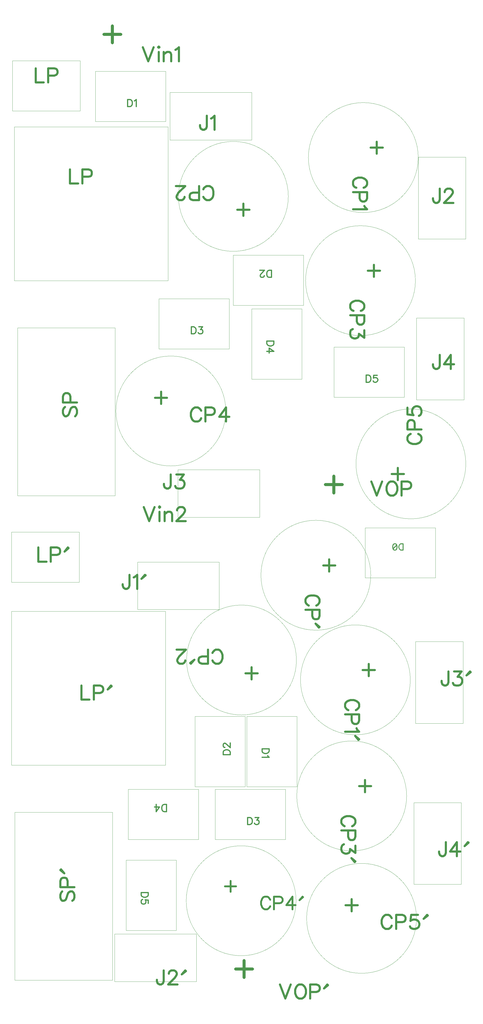
<source format=gbr>
G04 DipTrace 3.3.0.1*
G04 TopAssy.gbr*
%MOMM*%
G04 #@! TF.FileFunction,Drawing,Top*
G04 #@! TF.Part,Single*
%ADD24C,0.03333*%
%ADD38C,0.78431*%
%ADD39C,0.39216*%
%ADD40C,0.70588*%
%ADD41C,0.35294*%
%ADD42C,1.09804*%
%FSLAX35Y35*%
G04*
G71*
G90*
G75*
G01*
G04 TopAssy*
%LPD*%
X4381373Y34448623D2*
D24*
X6921373D1*
Y32638873D1*
X4381373D1*
Y34448623D1*
X13001500Y24494997D2*
X15541500D1*
Y22685250D1*
X13001500D1*
Y24494997D1*
X1388500Y34830000D2*
X3833250D1*
Y33020250D1*
X1388500D1*
Y34830000D1*
X9366123Y27812870D2*
X11906127D1*
Y26003123D1*
X9366123D1*
Y27812870D1*
X10032873Y25876127D2*
X11842627D1*
Y23336127D1*
X10032873D1*
Y25876127D1*
X1571500Y25193500D2*
X5095750D1*
Y19129250D1*
X1571500D1*
Y25193500D1*
X1452000Y32448750D2*
X7008250D1*
Y26892500D1*
X1452000D1*
Y32448750D1*
X6683250Y26241250D2*
X9223250D1*
Y24431500D1*
X6683250D1*
Y26241250D1*
X7386880Y29934995D2*
G02X7386880Y29934995I1984375J0D01*
G01*
X15986000Y25542750D2*
X17700500D1*
Y22590000D1*
X15986000D1*
Y25542750D1*
X5127500Y22186625D2*
G02X5127500Y22186625I1984375J0D01*
G01*
X13800380Y20276495D2*
G02X13800380Y20276495I1984375J0D01*
G01*
X11979000Y26892125D2*
G02X11979000Y26892125I1984375J0D01*
G01*
X12080750Y31337125D2*
G02X12080750Y31337125I1984375J0D01*
G01*
X16049500Y31353000D2*
X17764000D1*
Y28400250D1*
X16049500D1*
Y31353000D1*
X7365877Y20065877D2*
X10318627D1*
Y18351377D1*
X7365877D1*
Y20065877D1*
X7080127Y33686623D2*
X10032877D1*
Y31972123D1*
X7080127D1*
Y33686623D1*
X9858250Y11160000D2*
X11668000D1*
Y8620000D1*
X9858250D1*
Y11160000D1*
X5492627Y5968873D2*
X7302377D1*
Y3428873D1*
X5492627D1*
Y5968873D1*
X1356750Y17812000D2*
X3801500D1*
Y16002250D1*
X1356750D1*
Y17812000D1*
X7985000Y11159997D2*
X9794750D1*
Y8619997D1*
X7985000D1*
Y11159997D1*
X5572000Y8524750D2*
X8112000D1*
Y6715000D1*
X5572000D1*
Y8524750D1*
X1476250Y7699250D2*
X5000500D1*
Y1635000D1*
X1476250D1*
Y7699250D1*
X1356750Y14954500D2*
X6913000D1*
Y9398250D1*
X1356750D1*
Y14954500D1*
X8715250Y8524750D2*
X11255250D1*
Y6715000D1*
X8715250D1*
Y8524750D1*
X7680270Y13195102D2*
G02X7680270Y13195102I1984375J0D01*
G01*
X15890750Y8048500D2*
X17605250D1*
Y5095750D1*
X15890750D1*
Y8048500D1*
X7667500Y4501875D2*
G02X7667500Y4501875I1984375J0D01*
G01*
X12017250Y3866875D2*
G02X12017250Y3866875I1984375J0D01*
G01*
X11661500Y8286625D2*
G02X11661500Y8286625I1984375J0D01*
G01*
X11795000Y12477625D2*
G02X11795000Y12477625I1984375J0D01*
G01*
X15954250Y13858750D2*
X17668750D1*
Y10906000D1*
X15954250D1*
Y13858750D1*
X5079877Y3301877D2*
X8032627D1*
Y1587377D1*
X5079877D1*
Y3301877D1*
X5905377Y16732123D2*
X8858127D1*
Y15017623D1*
X5905377D1*
Y16732123D1*
X14128623Y17970370D2*
X16668627D1*
Y16160620D1*
X14128623D1*
Y17970370D1*
X10366250Y16255875D2*
G02X10366250Y16255875I1984375J0D01*
G01*
X3281524Y22336388D2*
D38*
X3232670Y22288096D1*
X3208524Y22215096D1*
Y22117950D1*
X3232670Y22044950D1*
X3281524Y21996096D1*
X3329816D1*
X3378670Y22020804D1*
X3402816Y22044950D1*
X3426962Y22093242D1*
X3475816Y22239242D1*
X3499962Y22288096D1*
X3524670Y22312242D1*
X3572962Y22336388D1*
X3645962D1*
X3694255Y22288096D1*
X3718962Y22215096D1*
Y22117950D1*
X3694254Y22044950D1*
X3645962Y21996096D1*
X3475816Y22493251D2*
Y22712251D1*
X3451670Y22784689D1*
X3426962Y22809397D1*
X3378670Y22833543D1*
X3305670D1*
X3257378Y22809397D1*
X3232670Y22784689D1*
X3208524Y22712251D1*
Y22493251D1*
X3718962D1*
X10831487Y24711688D2*
D39*
X10576267D1*
Y24626616D1*
X10588621Y24590116D1*
X10612767Y24565689D1*
X10637194Y24553616D1*
X10673413Y24541542D1*
X10734340D1*
X10770840Y24553615D1*
X10794986Y24565689D1*
X10819413Y24590115D1*
X10831486Y24626615D1*
X10831487Y24711688D1*
X10576267Y24341538D2*
X10831206D1*
X10661340Y24463111D1*
Y24280892D1*
X10741685Y27014263D2*
Y27269483D1*
X10656612D1*
X10620112Y27257129D1*
X10595685Y27232983D1*
X10583612Y27208556D1*
X10571539Y27172337D1*
Y27111410D1*
X10583612Y27074910D1*
X10595685Y27050764D1*
X10620112Y27026337D1*
X10656612Y27014264D1*
X10741685Y27014263D1*
X10480754Y27075191D2*
Y27063117D1*
X10468681Y27038691D1*
X10456608Y27026617D1*
X10432181Y27014544D1*
X10383608D1*
X10359462Y27026617D1*
X10347389Y27038691D1*
X10335035Y27063117D1*
Y27087264D1*
X10347389Y27111691D1*
X10371535Y27147910D1*
X10493108Y27269483D1*
X10322962D1*
X14165938Y23483857D2*
Y23228637D1*
X14251011D1*
X14287511Y23240991D1*
X14311938Y23265137D1*
X14324011Y23289564D1*
X14336084Y23325783D1*
Y23386710D1*
X14324011Y23423210D1*
X14311938Y23447357D1*
X14287511Y23471783D1*
X14251011Y23483857D1*
X14165938D1*
X14560235Y23483576D2*
X14438942D1*
X14426869Y23374357D1*
X14438942Y23386430D1*
X14475442Y23398783D1*
X14511662D1*
X14548162Y23386430D1*
X14572588Y23362283D1*
X14584662Y23325783D1*
Y23301637D1*
X14572588Y23265137D1*
X14548162Y23240710D1*
X14511662Y23228637D1*
X14475442D1*
X14438942Y23240710D1*
X14426869Y23253064D1*
X14414515Y23277210D1*
X7847688Y25230110D2*
Y24974891D1*
X7932761D1*
X7969261Y24987244D1*
X7993688Y25011391D1*
X8005761Y25035818D1*
X8017834Y25072037D1*
Y25132964D1*
X8005761Y25169464D1*
X7993688Y25193610D1*
X7969261Y25218037D1*
X7932761Y25230110D1*
X7847688D1*
X8120692Y25229829D2*
X8254058D1*
X8181338Y25132683D1*
X8217838D1*
X8241985Y25120610D1*
X8254058Y25108537D1*
X8266412Y25072037D1*
Y25047891D1*
X8254058Y25011391D1*
X8229912Y24986964D1*
X8193412Y24974891D1*
X8156912D1*
X8120692Y24986964D1*
X8108619Y24999318D1*
X8096265Y25023464D1*
X8283146Y29924703D2*
D38*
X8307292Y29876410D1*
X8356146Y29827557D1*
X8404438Y29803410D1*
X8501584D1*
X8550438Y29827557D1*
X8598730Y29876410D1*
X8623438Y29924703D1*
X8647584Y29997703D1*
Y30119556D1*
X8623438Y30191995D1*
X8598730Y30240849D1*
X8550438Y30289141D1*
X8501584Y30313849D1*
X8404438D1*
X8356146Y30289141D1*
X8307292Y30240849D1*
X8283146Y30191995D1*
X8126283Y30070703D2*
X7907283D1*
X7834845Y30046557D1*
X7810137Y30021849D1*
X7785991Y29973557D1*
Y29900557D1*
X7810137Y29852264D1*
X7834845Y29827557D1*
X7907283Y29803410D1*
X8126283D1*
Y30313849D1*
X7604420Y29925264D2*
Y29901118D1*
X7580274Y29852264D1*
X7556128Y29828118D1*
X7507274Y29803972D1*
X7410128D1*
X7361836Y29828118D1*
X7337690Y29852264D1*
X7312982Y29901118D1*
Y29949410D1*
X7337690Y29998264D1*
X7385982Y30070703D1*
X7629128Y30313849D1*
X7288836D1*
X9730896Y29236941D2*
Y29674380D1*
X9949334Y29455941D2*
X9511896D1*
X8199984Y22196917D2*
X8175838Y22245210D1*
X8126984Y22294064D1*
X8078692Y22318210D1*
X7981546D1*
X7932692Y22294064D1*
X7884400Y22245210D1*
X7859692Y22196917D1*
X7835546Y22123917D1*
Y22002064D1*
X7859692Y21929625D1*
X7884400Y21880771D1*
X7932692Y21832479D1*
X7981546Y21807771D1*
X8078692D1*
X8126984Y21832479D1*
X8175838Y21880771D1*
X8199984Y21929625D1*
X8356847Y22050917D2*
X8575847D1*
X8648285Y22075064D1*
X8672993Y22099771D1*
X8697139Y22148064D1*
Y22221064D1*
X8672993Y22269356D1*
X8648285Y22294064D1*
X8575847Y22318210D1*
X8356847D1*
Y21807771D1*
X9097148D2*
Y22317648D1*
X8854002Y21977917D1*
X9218440D1*
X6752234Y22884679D2*
Y22447240D1*
X6533796Y22665679D2*
X6971234D1*
X15774463Y21364604D2*
X15726170Y21340458D1*
X15677317Y21291604D1*
X15653170Y21243312D1*
Y21146166D1*
X15677317Y21097312D1*
X15726170Y21049020D1*
X15774463Y21024312D1*
X15847463Y21000166D1*
X15969316D1*
X16041755Y21024312D1*
X16090609Y21049020D1*
X16138901Y21097312D1*
X16163609Y21146166D1*
Y21243312D1*
X16138901Y21291604D1*
X16090609Y21340458D1*
X16041755Y21364604D1*
X15920463Y21521467D2*
Y21740467D1*
X15896317Y21812905D1*
X15871609Y21837613D1*
X15823317Y21861759D1*
X15750317D1*
X15702024Y21837613D1*
X15677317Y21812905D1*
X15653170Y21740467D1*
Y21521467D1*
X16163609D1*
X15653732Y22310060D2*
Y22067476D1*
X15872170Y22043330D1*
X15848024Y22067476D1*
X15823317Y22140476D1*
Y22212914D1*
X15848024Y22285914D1*
X15896317Y22334768D1*
X15969317Y22358914D1*
X16017609D1*
X16090609Y22334768D1*
X16139463Y22285914D1*
X16163609Y22212914D1*
Y22140476D1*
X16139463Y22067476D1*
X16114755Y22043330D1*
X16066463Y22018622D1*
X15086701Y19916854D2*
X15524140D1*
X15305701Y19698416D2*
Y20135854D1*
X13973667Y25804016D2*
X14021960Y25828162D1*
X14070813Y25877016D1*
X14094960Y25925308D1*
Y26022454D1*
X14070813Y26071308D1*
X14021960Y26119600D1*
X13973667Y26144308D1*
X13900667Y26168454D1*
X13778814D1*
X13706375Y26144308D1*
X13657521Y26119600D1*
X13609229Y26071308D1*
X13584521Y26022454D1*
Y25925308D1*
X13609229Y25877016D1*
X13657521Y25828162D1*
X13706375Y25804016D1*
X13827667Y25647153D2*
Y25428153D1*
X13851813Y25355715D1*
X13876521Y25331007D1*
X13924813Y25306861D1*
X13997813D1*
X14046106Y25331007D1*
X14070813Y25355715D1*
X14094960Y25428153D1*
Y25647153D1*
X13584521D1*
X14094398Y25101144D2*
Y24834413D1*
X13900106Y24979852D1*
Y24906852D1*
X13875960Y24858560D1*
X13851813Y24834413D1*
X13778813Y24809706D1*
X13730521D1*
X13657521Y24834413D1*
X13608667Y24882706D1*
X13584521Y24955706D1*
Y25028706D1*
X13608667Y25101144D1*
X13633375Y25125290D1*
X13681667Y25149998D1*
X14661429Y27251766D2*
X14223990D1*
X14442429Y27470204D2*
Y27032766D1*
X14075417Y30249016D2*
X14123710Y30273162D1*
X14172563Y30322016D1*
X14196710Y30370308D1*
Y30467454D1*
X14172563Y30516308D1*
X14123710Y30564600D1*
X14075417Y30589308D1*
X14002417Y30613454D1*
X13880564D1*
X13808125Y30589308D1*
X13759271Y30564600D1*
X13710979Y30516308D1*
X13686271Y30467454D1*
Y30370308D1*
X13710979Y30322016D1*
X13759271Y30273162D1*
X13808125Y30249016D1*
X13929417Y30092153D2*
Y29873153D1*
X13953563Y29800715D1*
X13978271Y29776007D1*
X14026563Y29751861D1*
X14099563D1*
X14147856Y29776007D1*
X14172563Y29800715D1*
X14196710Y29873153D1*
Y30092153D1*
X13686271D1*
X14099002Y29594998D2*
X14123710Y29546144D1*
X14196148Y29473144D1*
X13686271D1*
X14763179Y31696766D2*
X14325740D1*
X14544179Y31915204D2*
Y31477766D1*
X3186274Y4842138D2*
X3137420Y4793846D1*
X3113274Y4720846D1*
Y4623700D1*
X3137420Y4550700D1*
X3186274Y4501846D1*
X3234566D1*
X3283420Y4526554D1*
X3307566Y4550700D1*
X3331712Y4598992D1*
X3380566Y4744992D1*
X3404712Y4793846D1*
X3429420Y4817992D1*
X3477712Y4842138D1*
X3550712D1*
X3599005Y4793846D1*
X3623712Y4720846D1*
Y4623700D1*
X3599004Y4550700D1*
X3550712Y4501846D1*
X3380566Y4999001D2*
Y5218001D1*
X3356420Y5290439D1*
X3331712Y5315147D1*
X3283420Y5339293D1*
X3210420D1*
X3162128Y5315147D1*
X3137420Y5290439D1*
X3113274Y5218001D1*
Y4999001D1*
X3623712D1*
X3113835Y5618010D2*
X3259835Y5496156D1*
X3137981Y5642156D1*
X3113835Y5618010D1*
X6947562Y7726140D2*
D39*
Y7981359D1*
X6862489Y7981360D1*
X6825989Y7969006D1*
X6801562Y7944860D1*
X6789489Y7920433D1*
X6777416Y7884213D1*
Y7823286D1*
X6789489Y7786786D1*
X6801562Y7762640D1*
X6825989Y7738213D1*
X6862489Y7726140D1*
X6947562D1*
X6577412Y7981359D2*
X6577411Y7726421D1*
X6698985Y7896286D1*
X6516765D1*
X8996140Y9784435D2*
X9251359D1*
X9251360Y9869508D1*
X9239006Y9906008D1*
X9214860Y9930435D1*
X9190433Y9942508D1*
X9154213Y9954581D1*
X9093286D1*
X9056786Y9942508D1*
X9032640Y9930435D1*
X9008213Y9906008D1*
X8996140Y9869508D1*
Y9784435D1*
X9057067Y10045366D2*
X9044994D1*
X9020567Y10057439D1*
X9008494Y10069512D1*
X8996421Y10093939D1*
Y10142512D1*
X9008494Y10166658D1*
X9020567Y10178731D1*
X9044994Y10191085D1*
X9069140D1*
X9093567Y10178731D1*
X9129786Y10154585D1*
X9251359Y10033012D1*
Y10203158D1*
X6291237Y4804435D2*
X6036017D1*
Y4719362D1*
X6048371Y4682862D1*
X6072517Y4658435D1*
X6096944Y4646362D1*
X6133163Y4634289D1*
X6194090D1*
X6230590Y4646362D1*
X6254736Y4658435D1*
X6279163Y4682862D1*
X6291236Y4719362D1*
X6291237Y4804435D1*
X6290956Y4410139D2*
Y4531431D1*
X6181736Y4543504D1*
X6193809Y4531431D1*
X6206163Y4494931D1*
Y4458712D1*
X6193809Y4422212D1*
X6169663Y4397785D1*
X6133163Y4385712D1*
X6109017D1*
X6072517Y4397785D1*
X6048090Y4422212D1*
X6036017Y4458712D1*
Y4494931D1*
X6048090Y4531431D1*
X6060444Y4543504D1*
X6084590Y4555858D1*
X9879688Y7513610D2*
Y7258391D1*
X9964761D1*
X10001261Y7270744D1*
X10025688Y7294891D1*
X10037761Y7319318D1*
X10049834Y7355537D1*
Y7416464D1*
X10037761Y7452964D1*
X10025688Y7477110D1*
X10001261Y7501537D1*
X9964761Y7513610D1*
X9879688D1*
X10152692Y7513329D2*
X10286058D1*
X10213338Y7416183D1*
X10249838D1*
X10273985Y7404110D1*
X10286058Y7392037D1*
X10298412Y7355537D1*
Y7331391D1*
X10286058Y7294891D1*
X10261912Y7270464D1*
X10225412Y7258391D1*
X10188912D1*
X10152692Y7270464D1*
X10140619Y7282818D1*
X10128265Y7306964D1*
X8610119Y13184809D2*
D38*
X8634265Y13136517D1*
X8683119Y13087663D1*
X8731411Y13063517D1*
X8828557D1*
X8877411Y13087663D1*
X8925703Y13136517D1*
X8950411Y13184809D1*
X8974557Y13257809D1*
Y13379663D1*
X8950411Y13452102D1*
X8925703Y13500955D1*
X8877411Y13549248D1*
X8828557Y13573956D1*
X8731411D1*
X8683119Y13549248D1*
X8634265Y13500956D1*
X8610119Y13452102D1*
X8453256Y13330809D2*
X8234256D1*
X8161818Y13306663D1*
X8137110Y13281956D1*
X8112964Y13233663D1*
Y13160663D1*
X8137110Y13112371D1*
X8161818Y13087663D1*
X8234256Y13063517D1*
X8453256D1*
Y13573956D1*
X7834247Y13064079D2*
X7956101Y13210079D1*
X7810101Y13088225D1*
X7834247Y13064079D1*
X7628531Y13185371D2*
Y13161225D1*
X7604385Y13112371D1*
X7580239Y13088225D1*
X7531385Y13064079D1*
X7434239D1*
X7385946Y13088225D1*
X7361800Y13112371D1*
X7337092Y13161225D1*
Y13209517D1*
X7361800Y13258371D1*
X7410092Y13330809D1*
X7653239Y13573955D1*
X7312946D1*
X10024289Y12497051D2*
Y12934490D1*
X10242727Y12716051D2*
X9805289D1*
X10699619Y4541527D2*
D40*
X10677887Y4584990D1*
X10633919Y4628958D1*
X10590456Y4650690D1*
X10503024D1*
X10459056Y4628958D1*
X10415593Y4584990D1*
X10393356Y4541527D1*
X10371624Y4475827D1*
Y4366158D1*
X10393356Y4300964D1*
X10415593Y4256995D1*
X10459056Y4213532D1*
X10503024Y4191295D1*
X10590456D1*
X10633919Y4213532D1*
X10677887Y4256995D1*
X10699619Y4300964D1*
X10840795Y4410127D2*
X11037895D1*
X11103090Y4431858D1*
X11125327Y4454095D1*
X11147058Y4497558D1*
Y4563258D1*
X11125327Y4606721D1*
X11103090Y4628958D1*
X11037895Y4650690D1*
X10840795D1*
Y4191295D1*
X11507066D2*
Y4650184D1*
X11288235Y4344427D1*
X11616229D1*
X11867074Y4650184D2*
X11757406Y4518784D1*
X11888806Y4628453D1*
X11867074Y4650184D1*
X9266469Y5220837D2*
Y4827142D1*
X9069874Y5023737D2*
X9463569D1*
X15089734Y3877167D2*
D38*
X15065588Y3925460D1*
X15016734Y3974314D1*
X14968442Y3998460D1*
X14871296D1*
X14822442Y3974314D1*
X14774150Y3925460D1*
X14749442Y3877167D1*
X14725296Y3804167D1*
Y3682314D1*
X14749442Y3609875D1*
X14774150Y3561021D1*
X14822442Y3512729D1*
X14871296Y3488021D1*
X14968442D1*
X15016734Y3512729D1*
X15065588Y3561021D1*
X15089734Y3609875D1*
X15246597Y3731167D2*
X15465597D1*
X15538035Y3755314D1*
X15562743Y3780021D1*
X15586889Y3828314D1*
Y3901314D1*
X15562743Y3949606D1*
X15538035Y3974314D1*
X15465597Y3998460D1*
X15246597D1*
Y3488021D1*
X16035190Y3997898D2*
X15792606D1*
X15768460Y3779460D1*
X15792606Y3803606D1*
X15865606Y3828314D1*
X15938044D1*
X16011044Y3803606D1*
X16059898Y3755314D1*
X16084044Y3682314D1*
Y3634021D1*
X16059898Y3561021D1*
X16011044Y3512167D1*
X15938044Y3488021D1*
X15865606D1*
X15792606Y3512167D1*
X15768460Y3536875D1*
X15743752Y3585167D1*
X16362761Y3997898D2*
X16240907Y3851898D1*
X16386907Y3973752D1*
X16362761Y3997898D1*
X13641984Y4564929D2*
Y4127490D1*
X13423546Y4345929D2*
X13860984D1*
X13656167Y7198516D2*
X13704460Y7222662D1*
X13753313Y7271516D1*
X13777460Y7319808D1*
Y7416954D1*
X13753313Y7465808D1*
X13704460Y7514100D1*
X13656167Y7538808D1*
X13583167Y7562954D1*
X13461314D1*
X13388875Y7538808D1*
X13340021Y7514100D1*
X13291729Y7465808D1*
X13267021Y7416954D1*
Y7319808D1*
X13291729Y7271516D1*
X13340021Y7222662D1*
X13388875Y7198516D1*
X13510167Y7041653D2*
Y6822653D1*
X13534313Y6750215D1*
X13559021Y6725507D1*
X13607313Y6701361D1*
X13680313D1*
X13728606Y6725507D1*
X13753313Y6750215D1*
X13777460Y6822653D1*
Y7041653D1*
X13267021D1*
X13776898Y6495644D2*
Y6228913D1*
X13582606Y6374352D1*
Y6301352D1*
X13558460Y6253060D1*
X13534313Y6228913D1*
X13461313Y6204206D1*
X13413021D1*
X13340021Y6228913D1*
X13291167Y6277206D1*
X13267021Y6350206D1*
Y6423206D1*
X13291167Y6495644D1*
X13315875Y6519790D1*
X13364167Y6544498D1*
X13776898Y5925489D2*
X13630898Y6047343D1*
X13752752Y5901343D1*
X13776898Y5925489D1*
X14343929Y8646266D2*
X13906490D1*
X14124929Y8864704D2*
Y8427266D1*
X13789667Y11389516D2*
X13837960Y11413662D1*
X13886813Y11462516D1*
X13910960Y11510808D1*
Y11607954D1*
X13886813Y11656808D1*
X13837960Y11705100D1*
X13789667Y11729808D1*
X13716667Y11753954D1*
X13594814D1*
X13522375Y11729808D1*
X13473521Y11705100D1*
X13425229Y11656808D1*
X13400521Y11607954D1*
Y11510808D1*
X13425229Y11462516D1*
X13473521Y11413662D1*
X13522375Y11389516D1*
X13643667Y11232653D2*
Y11013653D1*
X13667813Y10941215D1*
X13692521Y10916507D1*
X13740813Y10892361D1*
X13813813D1*
X13862106Y10916507D1*
X13886813Y10941215D1*
X13910960Y11013653D1*
Y11232653D1*
X13400521D1*
X13813252Y10735498D2*
X13837960Y10686644D1*
X13910398Y10613644D1*
X13400521D1*
X13910398Y10334928D2*
X13764398Y10456781D1*
X13886252Y10310781D1*
X13910398Y10334928D1*
X14477429Y12837266D2*
X14039990D1*
X14258429Y13055704D2*
Y12618266D1*
X15506149Y17163148D2*
D41*
Y17392846D1*
X15429584D1*
X15396734Y17381727D1*
X15374749Y17359996D1*
X15363884Y17338012D1*
X15353018Y17305414D1*
Y17250580D1*
X15363884Y17217730D1*
X15374749Y17195999D1*
X15396734Y17174014D1*
X15429584Y17163149D1*
X15506149Y17163148D1*
X15216730Y17163401D2*
X15249580Y17174267D1*
X15271564Y17207117D1*
X15282430Y17261699D1*
Y17294549D1*
X15271564Y17349130D1*
X15249580Y17381980D1*
X15216730Y17392846D1*
X15194998D1*
X15162148Y17381980D1*
X15140417Y17349130D1*
X15129298Y17294549D1*
Y17261699D1*
X15140417Y17207117D1*
X15162148Y17174267D1*
X15194998Y17163401D1*
X15216730D1*
X15140417Y17207117D2*
X15271564Y17349130D1*
X12360917Y15167766D2*
D38*
X12409210Y15191912D1*
X12458063Y15240766D1*
X12482210Y15289058D1*
Y15386204D1*
X12458063Y15435058D1*
X12409210Y15483350D1*
X12360917Y15508058D1*
X12287917Y15532204D1*
X12166064D1*
X12093625Y15508058D1*
X12044771Y15483350D1*
X11996479Y15435058D1*
X11971771Y15386204D1*
Y15289058D1*
X11996479Y15240766D1*
X12044771Y15191912D1*
X12093625Y15167766D1*
X12214917Y15010903D2*
Y14791903D1*
X12239063Y14719465D1*
X12263771Y14694757D1*
X12312063Y14670611D1*
X12385063D1*
X12433356Y14694757D1*
X12458063Y14719465D1*
X12482210Y14791903D1*
Y15010903D1*
X11971771D1*
X12481648Y14391894D2*
X12335648Y14513748D1*
X12457502Y14367748D1*
X12481648Y14391894D1*
X13048679Y16615516D2*
X12611240D1*
X12829679Y16833954D2*
Y16396516D1*
X6099609Y35327806D2*
X6293901Y34817368D1*
X6488194Y35327806D1*
X6645056D2*
X6669203Y35303660D1*
X6693910Y35327806D1*
X6669203Y35352514D1*
X6645056Y35327806D1*
X6669203Y35157660D2*
Y34817368D1*
X6850773Y35157660D2*
Y34817368D1*
Y35060514D2*
X6923773Y35133514D1*
X6972627Y35157660D1*
X7045065D1*
X7093919Y35133514D1*
X7118065Y35060514D1*
Y34817368D1*
X7274928Y35230099D2*
X7323782Y35254806D1*
X7396782Y35327245D1*
Y34817368D1*
X2226109Y34565806D2*
Y34055368D1*
X2517547D1*
X2674410Y34298514D2*
X2893410D1*
X2965849Y34322660D1*
X2990556Y34347368D1*
X3014703Y34395660D1*
Y34468660D1*
X2990556Y34516953D1*
X2965849Y34541660D1*
X2893410Y34565806D1*
X2674410D1*
Y34055368D1*
X8406505Y32851306D2*
Y32462722D1*
X8382359Y32389722D1*
X8357651Y32365576D1*
X8309359Y32340868D1*
X8260505D1*
X8212213Y32365576D1*
X8188067Y32389722D1*
X8163359Y32462722D1*
Y32511014D1*
X8563368Y32753599D2*
X8612222Y32778306D1*
X8685222Y32850745D1*
Y32340868D1*
X16820255Y30216056D2*
Y29827472D1*
X16796109Y29754472D1*
X16771401Y29730326D1*
X16723109Y29705618D1*
X16674255D1*
X16625963Y29730326D1*
X16601817Y29754472D1*
X16577109Y29827472D1*
Y29875764D1*
X17001826Y30094203D2*
Y30118349D1*
X17025972Y30167203D1*
X17050118Y30191349D1*
X17098972Y30215495D1*
X17196118D1*
X17244410Y30191349D1*
X17268556Y30167203D1*
X17293264Y30118349D1*
Y30070056D1*
X17268556Y30021203D1*
X17220264Y29948764D1*
X16977118Y29705618D1*
X17317410D1*
X16820255Y24215306D2*
Y23826722D1*
X16796109Y23753722D1*
X16771401Y23729576D1*
X16723109Y23704868D1*
X16674255D1*
X16625963Y23729576D1*
X16601817Y23753722D1*
X16577109Y23826722D1*
Y23875014D1*
X17220264Y23704868D2*
Y24214745D1*
X16977118Y23875014D1*
X17341556D1*
X7104755Y19897306D2*
Y19508722D1*
X7080609Y19435722D1*
X7055901Y19411576D1*
X7007609Y19386868D1*
X6958755D1*
X6910463Y19411576D1*
X6886317Y19435722D1*
X6861609Y19508722D1*
Y19557014D1*
X7310472Y19896745D2*
X7577203D1*
X7431764Y19702453D1*
X7504764D1*
X7553056Y19678306D1*
X7577203Y19654160D1*
X7601910Y19581160D1*
Y19532868D1*
X7577203Y19459868D1*
X7528910Y19411014D1*
X7455910Y19386868D1*
X7382910D1*
X7310472Y19411014D1*
X7286326Y19435722D1*
X7261618Y19484014D1*
X6131359Y18722556D2*
X6325651Y18212118D1*
X6519944Y18722556D1*
X6676806D2*
X6700953Y18698410D1*
X6725660Y18722556D1*
X6700953Y18747264D1*
X6676806Y18722556D1*
X6700953Y18552410D2*
Y18212118D1*
X6882523Y18552410D2*
Y18212118D1*
Y18455264D2*
X6955523Y18528264D1*
X7004377Y18552410D1*
X7076815D1*
X7125669Y18528264D1*
X7149815Y18455264D1*
Y18212118D1*
X7331386Y18600703D2*
Y18624849D1*
X7355532Y18673703D1*
X7379678Y18697849D1*
X7428532Y18721995D1*
X7525678D1*
X7573970Y18697849D1*
X7598116Y18673703D1*
X7622824Y18624849D1*
Y18576556D1*
X7598116Y18527703D1*
X7549824Y18455264D1*
X7306678Y18212118D1*
X7646970D1*
X2321359Y17262056D2*
Y16751618D1*
X2612797D1*
X2769660Y16994764D2*
X2988660D1*
X3061099Y17018910D1*
X3085806Y17043618D1*
X3109953Y17091910D1*
Y17164910D1*
X3085806Y17213203D1*
X3061099Y17237910D1*
X2988660Y17262056D1*
X2769660D1*
Y16751618D1*
X3388669Y17261495D2*
X3266815Y17115495D1*
X3412815Y17237349D1*
X3388669Y17261495D1*
X5612505Y16277806D2*
Y15889222D1*
X5588359Y15816222D1*
X5563651Y15792076D1*
X5515359Y15767368D1*
X5466505D1*
X5418213Y15792076D1*
X5394067Y15816222D1*
X5369359Y15889222D1*
Y15937514D1*
X5769368Y16180099D2*
X5818222Y16204806D1*
X5891222Y16277245D1*
Y15767368D1*
X6169938Y16277245D2*
X6048085Y16131245D1*
X6194085Y16253099D1*
X6169938Y16277245D1*
X6850755Y1990306D2*
Y1601722D1*
X6826609Y1528722D1*
X6801901Y1504576D1*
X6753609Y1479868D1*
X6704755D1*
X6656463Y1504576D1*
X6632317Y1528722D1*
X6607609Y1601722D1*
Y1650014D1*
X7032326Y1868453D2*
Y1892599D1*
X7056472Y1941453D1*
X7080618Y1965599D1*
X7129472Y1989745D1*
X7226618D1*
X7274910Y1965599D1*
X7299056Y1941453D1*
X7323764Y1892599D1*
Y1844306D1*
X7299056Y1795453D1*
X7250764Y1723014D1*
X7007618Y1479868D1*
X7347910D1*
X7626627Y1989745D2*
X7504773Y1843745D1*
X7650773Y1965599D1*
X7626627Y1989745D1*
X17137755Y12785306D2*
Y12396722D1*
X17113609Y12323722D1*
X17088901Y12299576D1*
X17040609Y12274868D1*
X16991755D1*
X16943463Y12299576D1*
X16919317Y12323722D1*
X16894609Y12396722D1*
Y12445014D1*
X17343472Y12784745D2*
X17610203D1*
X17464764Y12590453D1*
X17537764D1*
X17586056Y12566306D1*
X17610203Y12542160D1*
X17634910Y12469160D1*
Y12420868D1*
X17610203Y12347868D1*
X17561910Y12299014D1*
X17488910Y12274868D1*
X17415910D1*
X17343472Y12299014D1*
X17319326Y12323722D1*
X17294618Y12372014D1*
X17913627Y12784745D2*
X17791773Y12638745D1*
X17937773Y12760599D1*
X17913627Y12784745D1*
X17042505Y6625806D2*
Y6237222D1*
X17018359Y6164222D1*
X16993651Y6140076D1*
X16945359Y6115368D1*
X16896505D1*
X16848213Y6140076D1*
X16824067Y6164222D1*
X16799359Y6237222D1*
Y6285514D1*
X17442514Y6115368D2*
Y6625245D1*
X17199368Y6285514D1*
X17563806D1*
X17842523Y6625245D2*
X17720669Y6479245D1*
X17866669Y6601099D1*
X17842523Y6625245D1*
X14354609Y19643306D2*
X14548901Y19132868D1*
X14743194Y19643306D1*
X15046056D2*
X14997203Y19619160D1*
X14948910Y19570306D1*
X14924203Y19522014D1*
X14900056Y19449014D1*
Y19327160D1*
X14924203Y19254722D1*
X14948910Y19205868D1*
X14997203Y19157576D1*
X15046056Y19132868D1*
X15143203D1*
X15191495Y19157576D1*
X15240349Y19205868D1*
X15264495Y19254722D1*
X15288641Y19327160D1*
Y19449014D1*
X15264495Y19522014D1*
X15240349Y19570306D1*
X15191495Y19619160D1*
X15143203Y19643306D1*
X15046056D1*
X15445504Y19376014D2*
X15664504D1*
X15736942Y19400160D1*
X15761650Y19424868D1*
X15785796Y19473160D1*
Y19546160D1*
X15761650Y19594453D1*
X15736942Y19619160D1*
X15664504Y19643306D1*
X15445504D1*
Y19132868D1*
X11052609Y1482306D2*
X11246901Y971868D1*
X11441194Y1482306D1*
X11744056D2*
X11695203Y1458160D1*
X11646910Y1409306D1*
X11622203Y1361014D1*
X11598056Y1288014D1*
Y1166160D1*
X11622203Y1093722D1*
X11646910Y1044868D1*
X11695203Y996576D1*
X11744056Y971868D1*
X11841203D1*
X11889495Y996576D1*
X11938349Y1044868D1*
X11962495Y1093722D1*
X11986641Y1166160D1*
Y1288014D1*
X11962495Y1361014D1*
X11938349Y1409306D1*
X11889495Y1458160D1*
X11841203Y1482306D1*
X11744056D1*
X12143504Y1215014D2*
X12362504D1*
X12434942Y1239160D1*
X12459650Y1263868D1*
X12483796Y1312160D1*
Y1385160D1*
X12459650Y1433453D1*
X12434942Y1458160D1*
X12362504Y1482306D1*
X12143504D1*
Y971868D1*
X12762513Y1481745D2*
X12640659Y1335745D1*
X12786659Y1457599D1*
X12762513Y1481745D1*
X3464359Y30914556D2*
Y30404118D1*
X3755797D1*
X3912660Y30647264D2*
X4131660D1*
X4204099Y30671410D1*
X4228806Y30696118D1*
X4252953Y30744410D1*
Y30817410D1*
X4228806Y30865703D1*
X4204099Y30890410D1*
X4131660Y30914556D1*
X3912660D1*
Y30404118D1*
X3877109Y12277306D2*
Y11766868D1*
X4168547D1*
X4325410Y12010014D2*
X4544410D1*
X4616849Y12034160D1*
X4641556Y12058868D1*
X4665703Y12107160D1*
Y12180160D1*
X4641556Y12228453D1*
X4616849Y12253160D1*
X4544410Y12277306D1*
X4325410D1*
Y11766868D1*
X4944419Y12276745D2*
X4822565Y12130745D1*
X4968565Y12252599D1*
X4944419Y12276745D1*
X4992359Y36096393D2*
D42*
Y35483979D1*
X4686545Y35789793D2*
X5298959D1*
X12993359Y19840393D2*
Y19227979D1*
X12687545Y19533793D2*
X13299959D1*
X9754859Y2346143D2*
Y1733729D1*
X9449045Y2039543D2*
X10061459D1*
X5545812Y33437486D2*
D39*
Y33182267D1*
X5630885D1*
X5667385Y33194621D1*
X5691812Y33218767D1*
X5703885Y33243194D1*
X5715958Y33279413D1*
Y33340340D1*
X5703885Y33376840D1*
X5691812Y33400986D1*
X5667385Y33425413D1*
X5630885Y33437486D1*
X5545812D1*
X5794390Y33388632D2*
X5818817Y33400986D1*
X5855317Y33437205D1*
Y33182267D1*
X10656861Y9995561D2*
X10401641D1*
Y9910488D1*
X10413995Y9873988D1*
X10438141Y9849561D1*
X10462568Y9837488D1*
X10498787Y9825415D1*
X10559714D1*
X10596214Y9837488D1*
X10620360Y9849561D1*
X10644787Y9873988D1*
X10656861Y9910488D1*
Y9995561D1*
X10608007Y9746983D2*
X10620360Y9722557D1*
X10656580Y9686057D1*
X10401641D1*
M02*

</source>
